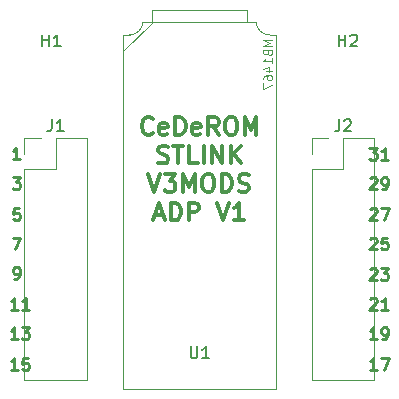
<source format=gbr>
%TF.GenerationSoftware,KiCad,Pcbnew,9.0.3*%
%TF.CreationDate,2025-08-20T17:47:23+02:00*%
%TF.ProjectId,cederom-stlink-v3mods-adapter,63656465-726f-46d2-9d73-746c696e6b2d,1*%
%TF.SameCoordinates,Original*%
%TF.FileFunction,Legend,Top*%
%TF.FilePolarity,Positive*%
%FSLAX46Y46*%
G04 Gerber Fmt 4.6, Leading zero omitted, Abs format (unit mm)*
G04 Created by KiCad (PCBNEW 9.0.3) date 2025-08-20 17:47:23*
%MOMM*%
%LPD*%
G01*
G04 APERTURE LIST*
%ADD10C,0.250000*%
%ADD11C,0.300000*%
%ADD12C,0.150000*%
%ADD13C,0.100000*%
%ADD14C,0.120000*%
G04 APERTURE END LIST*
D10*
X102109523Y-108849619D02*
X101538095Y-108849619D01*
X101823809Y-108849619D02*
X101823809Y-107849619D01*
X101823809Y-107849619D02*
X101728571Y-107992476D01*
X101728571Y-107992476D02*
X101633333Y-108087714D01*
X101633333Y-108087714D02*
X101538095Y-108135333D01*
X103061904Y-108849619D02*
X102490476Y-108849619D01*
X102776190Y-108849619D02*
X102776190Y-107849619D01*
X102776190Y-107849619D02*
X102680952Y-107992476D01*
X102680952Y-107992476D02*
X102585714Y-108087714D01*
X102585714Y-108087714D02*
X102490476Y-108135333D01*
X102109523Y-111349619D02*
X101538095Y-111349619D01*
X101823809Y-111349619D02*
X101823809Y-110349619D01*
X101823809Y-110349619D02*
X101728571Y-110492476D01*
X101728571Y-110492476D02*
X101633333Y-110587714D01*
X101633333Y-110587714D02*
X101538095Y-110635333D01*
X102442857Y-110349619D02*
X103061904Y-110349619D01*
X103061904Y-110349619D02*
X102728571Y-110730571D01*
X102728571Y-110730571D02*
X102871428Y-110730571D01*
X102871428Y-110730571D02*
X102966666Y-110778190D01*
X102966666Y-110778190D02*
X103014285Y-110825809D01*
X103014285Y-110825809D02*
X103061904Y-110921047D01*
X103061904Y-110921047D02*
X103061904Y-111159142D01*
X103061904Y-111159142D02*
X103014285Y-111254380D01*
X103014285Y-111254380D02*
X102966666Y-111302000D01*
X102966666Y-111302000D02*
X102871428Y-111349619D01*
X102871428Y-111349619D02*
X102585714Y-111349619D01*
X102585714Y-111349619D02*
X102490476Y-111302000D01*
X102490476Y-111302000D02*
X102442857Y-111254380D01*
X101809524Y-106249619D02*
X102000000Y-106249619D01*
X102000000Y-106249619D02*
X102095238Y-106202000D01*
X102095238Y-106202000D02*
X102142857Y-106154380D01*
X102142857Y-106154380D02*
X102238095Y-106011523D01*
X102238095Y-106011523D02*
X102285714Y-105821047D01*
X102285714Y-105821047D02*
X102285714Y-105440095D01*
X102285714Y-105440095D02*
X102238095Y-105344857D01*
X102238095Y-105344857D02*
X102190476Y-105297238D01*
X102190476Y-105297238D02*
X102095238Y-105249619D01*
X102095238Y-105249619D02*
X101904762Y-105249619D01*
X101904762Y-105249619D02*
X101809524Y-105297238D01*
X101809524Y-105297238D02*
X101761905Y-105344857D01*
X101761905Y-105344857D02*
X101714286Y-105440095D01*
X101714286Y-105440095D02*
X101714286Y-105678190D01*
X101714286Y-105678190D02*
X101761905Y-105773428D01*
X101761905Y-105773428D02*
X101809524Y-105821047D01*
X101809524Y-105821047D02*
X101904762Y-105868666D01*
X101904762Y-105868666D02*
X102095238Y-105868666D01*
X102095238Y-105868666D02*
X102190476Y-105821047D01*
X102190476Y-105821047D02*
X102238095Y-105773428D01*
X102238095Y-105773428D02*
X102285714Y-105678190D01*
X101666667Y-102749619D02*
X102333333Y-102749619D01*
X102333333Y-102749619D02*
X101904762Y-103749619D01*
X102109523Y-113949619D02*
X101538095Y-113949619D01*
X101823809Y-113949619D02*
X101823809Y-112949619D01*
X101823809Y-112949619D02*
X101728571Y-113092476D01*
X101728571Y-113092476D02*
X101633333Y-113187714D01*
X101633333Y-113187714D02*
X101538095Y-113235333D01*
X103014285Y-112949619D02*
X102538095Y-112949619D01*
X102538095Y-112949619D02*
X102490476Y-113425809D01*
X102490476Y-113425809D02*
X102538095Y-113378190D01*
X102538095Y-113378190D02*
X102633333Y-113330571D01*
X102633333Y-113330571D02*
X102871428Y-113330571D01*
X102871428Y-113330571D02*
X102966666Y-113378190D01*
X102966666Y-113378190D02*
X103014285Y-113425809D01*
X103014285Y-113425809D02*
X103061904Y-113521047D01*
X103061904Y-113521047D02*
X103061904Y-113759142D01*
X103061904Y-113759142D02*
X103014285Y-113854380D01*
X103014285Y-113854380D02*
X102966666Y-113902000D01*
X102966666Y-113902000D02*
X102871428Y-113949619D01*
X102871428Y-113949619D02*
X102633333Y-113949619D01*
X102633333Y-113949619D02*
X102538095Y-113902000D01*
X102538095Y-113902000D02*
X102490476Y-113854380D01*
D11*
X113535714Y-93913223D02*
X113464286Y-93984652D01*
X113464286Y-93984652D02*
X113250000Y-94056080D01*
X113250000Y-94056080D02*
X113107143Y-94056080D01*
X113107143Y-94056080D02*
X112892857Y-93984652D01*
X112892857Y-93984652D02*
X112750000Y-93841794D01*
X112750000Y-93841794D02*
X112678571Y-93698937D01*
X112678571Y-93698937D02*
X112607143Y-93413223D01*
X112607143Y-93413223D02*
X112607143Y-93198937D01*
X112607143Y-93198937D02*
X112678571Y-92913223D01*
X112678571Y-92913223D02*
X112750000Y-92770366D01*
X112750000Y-92770366D02*
X112892857Y-92627509D01*
X112892857Y-92627509D02*
X113107143Y-92556080D01*
X113107143Y-92556080D02*
X113250000Y-92556080D01*
X113250000Y-92556080D02*
X113464286Y-92627509D01*
X113464286Y-92627509D02*
X113535714Y-92698937D01*
X114750000Y-93984652D02*
X114607143Y-94056080D01*
X114607143Y-94056080D02*
X114321429Y-94056080D01*
X114321429Y-94056080D02*
X114178571Y-93984652D01*
X114178571Y-93984652D02*
X114107143Y-93841794D01*
X114107143Y-93841794D02*
X114107143Y-93270366D01*
X114107143Y-93270366D02*
X114178571Y-93127509D01*
X114178571Y-93127509D02*
X114321429Y-93056080D01*
X114321429Y-93056080D02*
X114607143Y-93056080D01*
X114607143Y-93056080D02*
X114750000Y-93127509D01*
X114750000Y-93127509D02*
X114821429Y-93270366D01*
X114821429Y-93270366D02*
X114821429Y-93413223D01*
X114821429Y-93413223D02*
X114107143Y-93556080D01*
X115464285Y-94056080D02*
X115464285Y-92556080D01*
X115464285Y-92556080D02*
X115821428Y-92556080D01*
X115821428Y-92556080D02*
X116035714Y-92627509D01*
X116035714Y-92627509D02*
X116178571Y-92770366D01*
X116178571Y-92770366D02*
X116250000Y-92913223D01*
X116250000Y-92913223D02*
X116321428Y-93198937D01*
X116321428Y-93198937D02*
X116321428Y-93413223D01*
X116321428Y-93413223D02*
X116250000Y-93698937D01*
X116250000Y-93698937D02*
X116178571Y-93841794D01*
X116178571Y-93841794D02*
X116035714Y-93984652D01*
X116035714Y-93984652D02*
X115821428Y-94056080D01*
X115821428Y-94056080D02*
X115464285Y-94056080D01*
X117535714Y-93984652D02*
X117392857Y-94056080D01*
X117392857Y-94056080D02*
X117107143Y-94056080D01*
X117107143Y-94056080D02*
X116964285Y-93984652D01*
X116964285Y-93984652D02*
X116892857Y-93841794D01*
X116892857Y-93841794D02*
X116892857Y-93270366D01*
X116892857Y-93270366D02*
X116964285Y-93127509D01*
X116964285Y-93127509D02*
X117107143Y-93056080D01*
X117107143Y-93056080D02*
X117392857Y-93056080D01*
X117392857Y-93056080D02*
X117535714Y-93127509D01*
X117535714Y-93127509D02*
X117607143Y-93270366D01*
X117607143Y-93270366D02*
X117607143Y-93413223D01*
X117607143Y-93413223D02*
X116892857Y-93556080D01*
X119107142Y-94056080D02*
X118607142Y-93341794D01*
X118249999Y-94056080D02*
X118249999Y-92556080D01*
X118249999Y-92556080D02*
X118821428Y-92556080D01*
X118821428Y-92556080D02*
X118964285Y-92627509D01*
X118964285Y-92627509D02*
X119035714Y-92698937D01*
X119035714Y-92698937D02*
X119107142Y-92841794D01*
X119107142Y-92841794D02*
X119107142Y-93056080D01*
X119107142Y-93056080D02*
X119035714Y-93198937D01*
X119035714Y-93198937D02*
X118964285Y-93270366D01*
X118964285Y-93270366D02*
X118821428Y-93341794D01*
X118821428Y-93341794D02*
X118249999Y-93341794D01*
X120035714Y-92556080D02*
X120321428Y-92556080D01*
X120321428Y-92556080D02*
X120464285Y-92627509D01*
X120464285Y-92627509D02*
X120607142Y-92770366D01*
X120607142Y-92770366D02*
X120678571Y-93056080D01*
X120678571Y-93056080D02*
X120678571Y-93556080D01*
X120678571Y-93556080D02*
X120607142Y-93841794D01*
X120607142Y-93841794D02*
X120464285Y-93984652D01*
X120464285Y-93984652D02*
X120321428Y-94056080D01*
X120321428Y-94056080D02*
X120035714Y-94056080D01*
X120035714Y-94056080D02*
X119892857Y-93984652D01*
X119892857Y-93984652D02*
X119749999Y-93841794D01*
X119749999Y-93841794D02*
X119678571Y-93556080D01*
X119678571Y-93556080D02*
X119678571Y-93056080D01*
X119678571Y-93056080D02*
X119749999Y-92770366D01*
X119749999Y-92770366D02*
X119892857Y-92627509D01*
X119892857Y-92627509D02*
X120035714Y-92556080D01*
X121321428Y-94056080D02*
X121321428Y-92556080D01*
X121321428Y-92556080D02*
X121821428Y-93627509D01*
X121821428Y-93627509D02*
X122321428Y-92556080D01*
X122321428Y-92556080D02*
X122321428Y-94056080D01*
X114000000Y-96399568D02*
X114214286Y-96470996D01*
X114214286Y-96470996D02*
X114571428Y-96470996D01*
X114571428Y-96470996D02*
X114714286Y-96399568D01*
X114714286Y-96399568D02*
X114785714Y-96328139D01*
X114785714Y-96328139D02*
X114857143Y-96185282D01*
X114857143Y-96185282D02*
X114857143Y-96042425D01*
X114857143Y-96042425D02*
X114785714Y-95899568D01*
X114785714Y-95899568D02*
X114714286Y-95828139D01*
X114714286Y-95828139D02*
X114571428Y-95756710D01*
X114571428Y-95756710D02*
X114285714Y-95685282D01*
X114285714Y-95685282D02*
X114142857Y-95613853D01*
X114142857Y-95613853D02*
X114071428Y-95542425D01*
X114071428Y-95542425D02*
X114000000Y-95399568D01*
X114000000Y-95399568D02*
X114000000Y-95256710D01*
X114000000Y-95256710D02*
X114071428Y-95113853D01*
X114071428Y-95113853D02*
X114142857Y-95042425D01*
X114142857Y-95042425D02*
X114285714Y-94970996D01*
X114285714Y-94970996D02*
X114642857Y-94970996D01*
X114642857Y-94970996D02*
X114857143Y-95042425D01*
X115285714Y-94970996D02*
X116142857Y-94970996D01*
X115714285Y-96470996D02*
X115714285Y-94970996D01*
X117357142Y-96470996D02*
X116642856Y-96470996D01*
X116642856Y-96470996D02*
X116642856Y-94970996D01*
X117857142Y-96470996D02*
X117857142Y-94970996D01*
X118571428Y-96470996D02*
X118571428Y-94970996D01*
X118571428Y-94970996D02*
X119428571Y-96470996D01*
X119428571Y-96470996D02*
X119428571Y-94970996D01*
X120142857Y-96470996D02*
X120142857Y-94970996D01*
X121000000Y-96470996D02*
X120357143Y-95613853D01*
X121000000Y-94970996D02*
X120142857Y-95828139D01*
X113178572Y-97385912D02*
X113678572Y-98885912D01*
X113678572Y-98885912D02*
X114178572Y-97385912D01*
X114535714Y-97385912D02*
X115464286Y-97385912D01*
X115464286Y-97385912D02*
X114964286Y-97957341D01*
X114964286Y-97957341D02*
X115178571Y-97957341D01*
X115178571Y-97957341D02*
X115321429Y-98028769D01*
X115321429Y-98028769D02*
X115392857Y-98100198D01*
X115392857Y-98100198D02*
X115464286Y-98243055D01*
X115464286Y-98243055D02*
X115464286Y-98600198D01*
X115464286Y-98600198D02*
X115392857Y-98743055D01*
X115392857Y-98743055D02*
X115321429Y-98814484D01*
X115321429Y-98814484D02*
X115178571Y-98885912D01*
X115178571Y-98885912D02*
X114750000Y-98885912D01*
X114750000Y-98885912D02*
X114607143Y-98814484D01*
X114607143Y-98814484D02*
X114535714Y-98743055D01*
X116107142Y-98885912D02*
X116107142Y-97385912D01*
X116107142Y-97385912D02*
X116607142Y-98457341D01*
X116607142Y-98457341D02*
X117107142Y-97385912D01*
X117107142Y-97385912D02*
X117107142Y-98885912D01*
X118107143Y-97385912D02*
X118392857Y-97385912D01*
X118392857Y-97385912D02*
X118535714Y-97457341D01*
X118535714Y-97457341D02*
X118678571Y-97600198D01*
X118678571Y-97600198D02*
X118750000Y-97885912D01*
X118750000Y-97885912D02*
X118750000Y-98385912D01*
X118750000Y-98385912D02*
X118678571Y-98671626D01*
X118678571Y-98671626D02*
X118535714Y-98814484D01*
X118535714Y-98814484D02*
X118392857Y-98885912D01*
X118392857Y-98885912D02*
X118107143Y-98885912D01*
X118107143Y-98885912D02*
X117964286Y-98814484D01*
X117964286Y-98814484D02*
X117821428Y-98671626D01*
X117821428Y-98671626D02*
X117750000Y-98385912D01*
X117750000Y-98385912D02*
X117750000Y-97885912D01*
X117750000Y-97885912D02*
X117821428Y-97600198D01*
X117821428Y-97600198D02*
X117964286Y-97457341D01*
X117964286Y-97457341D02*
X118107143Y-97385912D01*
X119392857Y-98885912D02*
X119392857Y-97385912D01*
X119392857Y-97385912D02*
X119750000Y-97385912D01*
X119750000Y-97385912D02*
X119964286Y-97457341D01*
X119964286Y-97457341D02*
X120107143Y-97600198D01*
X120107143Y-97600198D02*
X120178572Y-97743055D01*
X120178572Y-97743055D02*
X120250000Y-98028769D01*
X120250000Y-98028769D02*
X120250000Y-98243055D01*
X120250000Y-98243055D02*
X120178572Y-98528769D01*
X120178572Y-98528769D02*
X120107143Y-98671626D01*
X120107143Y-98671626D02*
X119964286Y-98814484D01*
X119964286Y-98814484D02*
X119750000Y-98885912D01*
X119750000Y-98885912D02*
X119392857Y-98885912D01*
X120821429Y-98814484D02*
X121035715Y-98885912D01*
X121035715Y-98885912D02*
X121392857Y-98885912D01*
X121392857Y-98885912D02*
X121535715Y-98814484D01*
X121535715Y-98814484D02*
X121607143Y-98743055D01*
X121607143Y-98743055D02*
X121678572Y-98600198D01*
X121678572Y-98600198D02*
X121678572Y-98457341D01*
X121678572Y-98457341D02*
X121607143Y-98314484D01*
X121607143Y-98314484D02*
X121535715Y-98243055D01*
X121535715Y-98243055D02*
X121392857Y-98171626D01*
X121392857Y-98171626D02*
X121107143Y-98100198D01*
X121107143Y-98100198D02*
X120964286Y-98028769D01*
X120964286Y-98028769D02*
X120892857Y-97957341D01*
X120892857Y-97957341D02*
X120821429Y-97814484D01*
X120821429Y-97814484D02*
X120821429Y-97671626D01*
X120821429Y-97671626D02*
X120892857Y-97528769D01*
X120892857Y-97528769D02*
X120964286Y-97457341D01*
X120964286Y-97457341D02*
X121107143Y-97385912D01*
X121107143Y-97385912D02*
X121464286Y-97385912D01*
X121464286Y-97385912D02*
X121678572Y-97457341D01*
X113714286Y-100872257D02*
X114428572Y-100872257D01*
X113571429Y-101300828D02*
X114071429Y-99800828D01*
X114071429Y-99800828D02*
X114571429Y-101300828D01*
X115071428Y-101300828D02*
X115071428Y-99800828D01*
X115071428Y-99800828D02*
X115428571Y-99800828D01*
X115428571Y-99800828D02*
X115642857Y-99872257D01*
X115642857Y-99872257D02*
X115785714Y-100015114D01*
X115785714Y-100015114D02*
X115857143Y-100157971D01*
X115857143Y-100157971D02*
X115928571Y-100443685D01*
X115928571Y-100443685D02*
X115928571Y-100657971D01*
X115928571Y-100657971D02*
X115857143Y-100943685D01*
X115857143Y-100943685D02*
X115785714Y-101086542D01*
X115785714Y-101086542D02*
X115642857Y-101229400D01*
X115642857Y-101229400D02*
X115428571Y-101300828D01*
X115428571Y-101300828D02*
X115071428Y-101300828D01*
X116571428Y-101300828D02*
X116571428Y-99800828D01*
X116571428Y-99800828D02*
X117142857Y-99800828D01*
X117142857Y-99800828D02*
X117285714Y-99872257D01*
X117285714Y-99872257D02*
X117357143Y-99943685D01*
X117357143Y-99943685D02*
X117428571Y-100086542D01*
X117428571Y-100086542D02*
X117428571Y-100300828D01*
X117428571Y-100300828D02*
X117357143Y-100443685D01*
X117357143Y-100443685D02*
X117285714Y-100515114D01*
X117285714Y-100515114D02*
X117142857Y-100586542D01*
X117142857Y-100586542D02*
X116571428Y-100586542D01*
X119000000Y-99800828D02*
X119500000Y-101300828D01*
X119500000Y-101300828D02*
X120000000Y-99800828D01*
X121285714Y-101300828D02*
X120428571Y-101300828D01*
X120857142Y-101300828D02*
X120857142Y-99800828D01*
X120857142Y-99800828D02*
X120714285Y-100015114D01*
X120714285Y-100015114D02*
X120571428Y-100157971D01*
X120571428Y-100157971D02*
X120428571Y-100229400D01*
D10*
X102285714Y-96124619D02*
X101714286Y-96124619D01*
X102000000Y-96124619D02*
X102000000Y-95124619D01*
X102000000Y-95124619D02*
X101904762Y-95267476D01*
X101904762Y-95267476D02*
X101809524Y-95362714D01*
X101809524Y-95362714D02*
X101714286Y-95410333D01*
X102238095Y-100249619D02*
X101761905Y-100249619D01*
X101761905Y-100249619D02*
X101714286Y-100725809D01*
X101714286Y-100725809D02*
X101761905Y-100678190D01*
X101761905Y-100678190D02*
X101857143Y-100630571D01*
X101857143Y-100630571D02*
X102095238Y-100630571D01*
X102095238Y-100630571D02*
X102190476Y-100678190D01*
X102190476Y-100678190D02*
X102238095Y-100725809D01*
X102238095Y-100725809D02*
X102285714Y-100821047D01*
X102285714Y-100821047D02*
X102285714Y-101059142D01*
X102285714Y-101059142D02*
X102238095Y-101154380D01*
X102238095Y-101154380D02*
X102190476Y-101202000D01*
X102190476Y-101202000D02*
X102095238Y-101249619D01*
X102095238Y-101249619D02*
X101857143Y-101249619D01*
X101857143Y-101249619D02*
X101761905Y-101202000D01*
X101761905Y-101202000D02*
X101714286Y-101154380D01*
X131938095Y-105444857D02*
X131985714Y-105397238D01*
X131985714Y-105397238D02*
X132080952Y-105349619D01*
X132080952Y-105349619D02*
X132319047Y-105349619D01*
X132319047Y-105349619D02*
X132414285Y-105397238D01*
X132414285Y-105397238D02*
X132461904Y-105444857D01*
X132461904Y-105444857D02*
X132509523Y-105540095D01*
X132509523Y-105540095D02*
X132509523Y-105635333D01*
X132509523Y-105635333D02*
X132461904Y-105778190D01*
X132461904Y-105778190D02*
X131890476Y-106349619D01*
X131890476Y-106349619D02*
X132509523Y-106349619D01*
X132842857Y-105349619D02*
X133461904Y-105349619D01*
X133461904Y-105349619D02*
X133128571Y-105730571D01*
X133128571Y-105730571D02*
X133271428Y-105730571D01*
X133271428Y-105730571D02*
X133366666Y-105778190D01*
X133366666Y-105778190D02*
X133414285Y-105825809D01*
X133414285Y-105825809D02*
X133461904Y-105921047D01*
X133461904Y-105921047D02*
X133461904Y-106159142D01*
X133461904Y-106159142D02*
X133414285Y-106254380D01*
X133414285Y-106254380D02*
X133366666Y-106302000D01*
X133366666Y-106302000D02*
X133271428Y-106349619D01*
X133271428Y-106349619D02*
X132985714Y-106349619D01*
X132985714Y-106349619D02*
X132890476Y-106302000D01*
X132890476Y-106302000D02*
X132842857Y-106254380D01*
X131938095Y-100344857D02*
X131985714Y-100297238D01*
X131985714Y-100297238D02*
X132080952Y-100249619D01*
X132080952Y-100249619D02*
X132319047Y-100249619D01*
X132319047Y-100249619D02*
X132414285Y-100297238D01*
X132414285Y-100297238D02*
X132461904Y-100344857D01*
X132461904Y-100344857D02*
X132509523Y-100440095D01*
X132509523Y-100440095D02*
X132509523Y-100535333D01*
X132509523Y-100535333D02*
X132461904Y-100678190D01*
X132461904Y-100678190D02*
X131890476Y-101249619D01*
X131890476Y-101249619D02*
X132509523Y-101249619D01*
X132842857Y-100249619D02*
X133509523Y-100249619D01*
X133509523Y-100249619D02*
X133080952Y-101249619D01*
X131890476Y-95149619D02*
X132509523Y-95149619D01*
X132509523Y-95149619D02*
X132176190Y-95530571D01*
X132176190Y-95530571D02*
X132319047Y-95530571D01*
X132319047Y-95530571D02*
X132414285Y-95578190D01*
X132414285Y-95578190D02*
X132461904Y-95625809D01*
X132461904Y-95625809D02*
X132509523Y-95721047D01*
X132509523Y-95721047D02*
X132509523Y-95959142D01*
X132509523Y-95959142D02*
X132461904Y-96054380D01*
X132461904Y-96054380D02*
X132414285Y-96102000D01*
X132414285Y-96102000D02*
X132319047Y-96149619D01*
X132319047Y-96149619D02*
X132033333Y-96149619D01*
X132033333Y-96149619D02*
X131938095Y-96102000D01*
X131938095Y-96102000D02*
X131890476Y-96054380D01*
X133461904Y-96149619D02*
X132890476Y-96149619D01*
X133176190Y-96149619D02*
X133176190Y-95149619D01*
X133176190Y-95149619D02*
X133080952Y-95292476D01*
X133080952Y-95292476D02*
X132985714Y-95387714D01*
X132985714Y-95387714D02*
X132890476Y-95435333D01*
X101666667Y-97649619D02*
X102285714Y-97649619D01*
X102285714Y-97649619D02*
X101952381Y-98030571D01*
X101952381Y-98030571D02*
X102095238Y-98030571D01*
X102095238Y-98030571D02*
X102190476Y-98078190D01*
X102190476Y-98078190D02*
X102238095Y-98125809D01*
X102238095Y-98125809D02*
X102285714Y-98221047D01*
X102285714Y-98221047D02*
X102285714Y-98459142D01*
X102285714Y-98459142D02*
X102238095Y-98554380D01*
X102238095Y-98554380D02*
X102190476Y-98602000D01*
X102190476Y-98602000D02*
X102095238Y-98649619D01*
X102095238Y-98649619D02*
X101809524Y-98649619D01*
X101809524Y-98649619D02*
X101714286Y-98602000D01*
X101714286Y-98602000D02*
X101666667Y-98554380D01*
X131938095Y-97744857D02*
X131985714Y-97697238D01*
X131985714Y-97697238D02*
X132080952Y-97649619D01*
X132080952Y-97649619D02*
X132319047Y-97649619D01*
X132319047Y-97649619D02*
X132414285Y-97697238D01*
X132414285Y-97697238D02*
X132461904Y-97744857D01*
X132461904Y-97744857D02*
X132509523Y-97840095D01*
X132509523Y-97840095D02*
X132509523Y-97935333D01*
X132509523Y-97935333D02*
X132461904Y-98078190D01*
X132461904Y-98078190D02*
X131890476Y-98649619D01*
X131890476Y-98649619D02*
X132509523Y-98649619D01*
X132985714Y-98649619D02*
X133176190Y-98649619D01*
X133176190Y-98649619D02*
X133271428Y-98602000D01*
X133271428Y-98602000D02*
X133319047Y-98554380D01*
X133319047Y-98554380D02*
X133414285Y-98411523D01*
X133414285Y-98411523D02*
X133461904Y-98221047D01*
X133461904Y-98221047D02*
X133461904Y-97840095D01*
X133461904Y-97840095D02*
X133414285Y-97744857D01*
X133414285Y-97744857D02*
X133366666Y-97697238D01*
X133366666Y-97697238D02*
X133271428Y-97649619D01*
X133271428Y-97649619D02*
X133080952Y-97649619D01*
X133080952Y-97649619D02*
X132985714Y-97697238D01*
X132985714Y-97697238D02*
X132938095Y-97744857D01*
X132938095Y-97744857D02*
X132890476Y-97840095D01*
X132890476Y-97840095D02*
X132890476Y-98078190D01*
X132890476Y-98078190D02*
X132938095Y-98173428D01*
X132938095Y-98173428D02*
X132985714Y-98221047D01*
X132985714Y-98221047D02*
X133080952Y-98268666D01*
X133080952Y-98268666D02*
X133271428Y-98268666D01*
X133271428Y-98268666D02*
X133366666Y-98221047D01*
X133366666Y-98221047D02*
X133414285Y-98173428D01*
X133414285Y-98173428D02*
X133461904Y-98078190D01*
X132509523Y-111349619D02*
X131938095Y-111349619D01*
X132223809Y-111349619D02*
X132223809Y-110349619D01*
X132223809Y-110349619D02*
X132128571Y-110492476D01*
X132128571Y-110492476D02*
X132033333Y-110587714D01*
X132033333Y-110587714D02*
X131938095Y-110635333D01*
X132985714Y-111349619D02*
X133176190Y-111349619D01*
X133176190Y-111349619D02*
X133271428Y-111302000D01*
X133271428Y-111302000D02*
X133319047Y-111254380D01*
X133319047Y-111254380D02*
X133414285Y-111111523D01*
X133414285Y-111111523D02*
X133461904Y-110921047D01*
X133461904Y-110921047D02*
X133461904Y-110540095D01*
X133461904Y-110540095D02*
X133414285Y-110444857D01*
X133414285Y-110444857D02*
X133366666Y-110397238D01*
X133366666Y-110397238D02*
X133271428Y-110349619D01*
X133271428Y-110349619D02*
X133080952Y-110349619D01*
X133080952Y-110349619D02*
X132985714Y-110397238D01*
X132985714Y-110397238D02*
X132938095Y-110444857D01*
X132938095Y-110444857D02*
X132890476Y-110540095D01*
X132890476Y-110540095D02*
X132890476Y-110778190D01*
X132890476Y-110778190D02*
X132938095Y-110873428D01*
X132938095Y-110873428D02*
X132985714Y-110921047D01*
X132985714Y-110921047D02*
X133080952Y-110968666D01*
X133080952Y-110968666D02*
X133271428Y-110968666D01*
X133271428Y-110968666D02*
X133366666Y-110921047D01*
X133366666Y-110921047D02*
X133414285Y-110873428D01*
X133414285Y-110873428D02*
X133461904Y-110778190D01*
X131938095Y-107944857D02*
X131985714Y-107897238D01*
X131985714Y-107897238D02*
X132080952Y-107849619D01*
X132080952Y-107849619D02*
X132319047Y-107849619D01*
X132319047Y-107849619D02*
X132414285Y-107897238D01*
X132414285Y-107897238D02*
X132461904Y-107944857D01*
X132461904Y-107944857D02*
X132509523Y-108040095D01*
X132509523Y-108040095D02*
X132509523Y-108135333D01*
X132509523Y-108135333D02*
X132461904Y-108278190D01*
X132461904Y-108278190D02*
X131890476Y-108849619D01*
X131890476Y-108849619D02*
X132509523Y-108849619D01*
X133461904Y-108849619D02*
X132890476Y-108849619D01*
X133176190Y-108849619D02*
X133176190Y-107849619D01*
X133176190Y-107849619D02*
X133080952Y-107992476D01*
X133080952Y-107992476D02*
X132985714Y-108087714D01*
X132985714Y-108087714D02*
X132890476Y-108135333D01*
X131938095Y-102844857D02*
X131985714Y-102797238D01*
X131985714Y-102797238D02*
X132080952Y-102749619D01*
X132080952Y-102749619D02*
X132319047Y-102749619D01*
X132319047Y-102749619D02*
X132414285Y-102797238D01*
X132414285Y-102797238D02*
X132461904Y-102844857D01*
X132461904Y-102844857D02*
X132509523Y-102940095D01*
X132509523Y-102940095D02*
X132509523Y-103035333D01*
X132509523Y-103035333D02*
X132461904Y-103178190D01*
X132461904Y-103178190D02*
X131890476Y-103749619D01*
X131890476Y-103749619D02*
X132509523Y-103749619D01*
X133414285Y-102749619D02*
X132938095Y-102749619D01*
X132938095Y-102749619D02*
X132890476Y-103225809D01*
X132890476Y-103225809D02*
X132938095Y-103178190D01*
X132938095Y-103178190D02*
X133033333Y-103130571D01*
X133033333Y-103130571D02*
X133271428Y-103130571D01*
X133271428Y-103130571D02*
X133366666Y-103178190D01*
X133366666Y-103178190D02*
X133414285Y-103225809D01*
X133414285Y-103225809D02*
X133461904Y-103321047D01*
X133461904Y-103321047D02*
X133461904Y-103559142D01*
X133461904Y-103559142D02*
X133414285Y-103654380D01*
X133414285Y-103654380D02*
X133366666Y-103702000D01*
X133366666Y-103702000D02*
X133271428Y-103749619D01*
X133271428Y-103749619D02*
X133033333Y-103749619D01*
X133033333Y-103749619D02*
X132938095Y-103702000D01*
X132938095Y-103702000D02*
X132890476Y-103654380D01*
X132509523Y-113949619D02*
X131938095Y-113949619D01*
X132223809Y-113949619D02*
X132223809Y-112949619D01*
X132223809Y-112949619D02*
X132128571Y-113092476D01*
X132128571Y-113092476D02*
X132033333Y-113187714D01*
X132033333Y-113187714D02*
X131938095Y-113235333D01*
X132842857Y-112949619D02*
X133509523Y-112949619D01*
X133509523Y-112949619D02*
X133080952Y-113949619D01*
D12*
X129278095Y-86554819D02*
X129278095Y-85554819D01*
X129278095Y-86031009D02*
X129849523Y-86031009D01*
X129849523Y-86554819D02*
X129849523Y-85554819D01*
X130278095Y-85650057D02*
X130325714Y-85602438D01*
X130325714Y-85602438D02*
X130420952Y-85554819D01*
X130420952Y-85554819D02*
X130659047Y-85554819D01*
X130659047Y-85554819D02*
X130754285Y-85602438D01*
X130754285Y-85602438D02*
X130801904Y-85650057D01*
X130801904Y-85650057D02*
X130849523Y-85745295D01*
X130849523Y-85745295D02*
X130849523Y-85840533D01*
X130849523Y-85840533D02*
X130801904Y-85983390D01*
X130801904Y-85983390D02*
X130230476Y-86554819D01*
X130230476Y-86554819D02*
X130849523Y-86554819D01*
X129326666Y-92749819D02*
X129326666Y-93464104D01*
X129326666Y-93464104D02*
X129279047Y-93606961D01*
X129279047Y-93606961D02*
X129183809Y-93702200D01*
X129183809Y-93702200D02*
X129040952Y-93749819D01*
X129040952Y-93749819D02*
X128945714Y-93749819D01*
X129755238Y-92845057D02*
X129802857Y-92797438D01*
X129802857Y-92797438D02*
X129898095Y-92749819D01*
X129898095Y-92749819D02*
X130136190Y-92749819D01*
X130136190Y-92749819D02*
X130231428Y-92797438D01*
X130231428Y-92797438D02*
X130279047Y-92845057D01*
X130279047Y-92845057D02*
X130326666Y-92940295D01*
X130326666Y-92940295D02*
X130326666Y-93035533D01*
X130326666Y-93035533D02*
X130279047Y-93178390D01*
X130279047Y-93178390D02*
X129707619Y-93749819D01*
X129707619Y-93749819D02*
X130326666Y-93749819D01*
X116738095Y-111954819D02*
X116738095Y-112764342D01*
X116738095Y-112764342D02*
X116785714Y-112859580D01*
X116785714Y-112859580D02*
X116833333Y-112907200D01*
X116833333Y-112907200D02*
X116928571Y-112954819D01*
X116928571Y-112954819D02*
X117119047Y-112954819D01*
X117119047Y-112954819D02*
X117214285Y-112907200D01*
X117214285Y-112907200D02*
X117261904Y-112859580D01*
X117261904Y-112859580D02*
X117309523Y-112764342D01*
X117309523Y-112764342D02*
X117309523Y-111954819D01*
X118309523Y-112954819D02*
X117738095Y-112954819D01*
X118023809Y-112954819D02*
X118023809Y-111954819D01*
X118023809Y-111954819D02*
X117928571Y-112097676D01*
X117928571Y-112097676D02*
X117833333Y-112192914D01*
X117833333Y-112192914D02*
X117738095Y-112240533D01*
D13*
X123653014Y-85994360D02*
X122903014Y-85994360D01*
X122903014Y-85994360D02*
X123438728Y-86244360D01*
X123438728Y-86244360D02*
X122903014Y-86494360D01*
X122903014Y-86494360D02*
X123653014Y-86494360D01*
X123260157Y-87101503D02*
X123295871Y-87208646D01*
X123295871Y-87208646D02*
X123331585Y-87244360D01*
X123331585Y-87244360D02*
X123403014Y-87280074D01*
X123403014Y-87280074D02*
X123510157Y-87280074D01*
X123510157Y-87280074D02*
X123581585Y-87244360D01*
X123581585Y-87244360D02*
X123617300Y-87208646D01*
X123617300Y-87208646D02*
X123653014Y-87137217D01*
X123653014Y-87137217D02*
X123653014Y-86851503D01*
X123653014Y-86851503D02*
X122903014Y-86851503D01*
X122903014Y-86851503D02*
X122903014Y-87101503D01*
X122903014Y-87101503D02*
X122938728Y-87172932D01*
X122938728Y-87172932D02*
X122974442Y-87208646D01*
X122974442Y-87208646D02*
X123045871Y-87244360D01*
X123045871Y-87244360D02*
X123117300Y-87244360D01*
X123117300Y-87244360D02*
X123188728Y-87208646D01*
X123188728Y-87208646D02*
X123224442Y-87172932D01*
X123224442Y-87172932D02*
X123260157Y-87101503D01*
X123260157Y-87101503D02*
X123260157Y-86851503D01*
X123653014Y-87994360D02*
X123653014Y-87565789D01*
X123653014Y-87780074D02*
X122903014Y-87780074D01*
X122903014Y-87780074D02*
X123010157Y-87708646D01*
X123010157Y-87708646D02*
X123081585Y-87637217D01*
X123081585Y-87637217D02*
X123117300Y-87565789D01*
X123153014Y-88637218D02*
X123653014Y-88637218D01*
X122867300Y-88458646D02*
X123403014Y-88280075D01*
X123403014Y-88280075D02*
X123403014Y-88744360D01*
X122903014Y-89351504D02*
X122903014Y-89208646D01*
X122903014Y-89208646D02*
X122938728Y-89137218D01*
X122938728Y-89137218D02*
X122974442Y-89101504D01*
X122974442Y-89101504D02*
X123081585Y-89030075D01*
X123081585Y-89030075D02*
X123224442Y-88994361D01*
X123224442Y-88994361D02*
X123510157Y-88994361D01*
X123510157Y-88994361D02*
X123581585Y-89030075D01*
X123581585Y-89030075D02*
X123617300Y-89065789D01*
X123617300Y-89065789D02*
X123653014Y-89137218D01*
X123653014Y-89137218D02*
X123653014Y-89280075D01*
X123653014Y-89280075D02*
X123617300Y-89351504D01*
X123617300Y-89351504D02*
X123581585Y-89387218D01*
X123581585Y-89387218D02*
X123510157Y-89422932D01*
X123510157Y-89422932D02*
X123331585Y-89422932D01*
X123331585Y-89422932D02*
X123260157Y-89387218D01*
X123260157Y-89387218D02*
X123224442Y-89351504D01*
X123224442Y-89351504D02*
X123188728Y-89280075D01*
X123188728Y-89280075D02*
X123188728Y-89137218D01*
X123188728Y-89137218D02*
X123224442Y-89065789D01*
X123224442Y-89065789D02*
X123260157Y-89030075D01*
X123260157Y-89030075D02*
X123331585Y-88994361D01*
X122903014Y-89672932D02*
X122903014Y-90172932D01*
X122903014Y-90172932D02*
X123653014Y-89851504D01*
D12*
X104986666Y-92749819D02*
X104986666Y-93464104D01*
X104986666Y-93464104D02*
X104939047Y-93606961D01*
X104939047Y-93606961D02*
X104843809Y-93702200D01*
X104843809Y-93702200D02*
X104700952Y-93749819D01*
X104700952Y-93749819D02*
X104605714Y-93749819D01*
X105986666Y-93749819D02*
X105415238Y-93749819D01*
X105700952Y-93749819D02*
X105700952Y-92749819D01*
X105700952Y-92749819D02*
X105605714Y-92892676D01*
X105605714Y-92892676D02*
X105510476Y-92987914D01*
X105510476Y-92987914D02*
X105415238Y-93035533D01*
X104178095Y-86554819D02*
X104178095Y-85554819D01*
X104178095Y-86031009D02*
X104749523Y-86031009D01*
X104749523Y-86554819D02*
X104749523Y-85554819D01*
X105749523Y-86554819D02*
X105178095Y-86554819D01*
X105463809Y-86554819D02*
X105463809Y-85554819D01*
X105463809Y-85554819D02*
X105368571Y-85697676D01*
X105368571Y-85697676D02*
X105273333Y-85792914D01*
X105273333Y-85792914D02*
X105178095Y-85840533D01*
D14*
%TO.C,J2*%
X127010000Y-94295000D02*
X128390000Y-94295000D01*
X127010000Y-95675000D02*
X127010000Y-94295000D01*
X127010000Y-96945000D02*
X127010000Y-114835000D01*
X127010000Y-96945000D02*
X129660000Y-96945000D01*
X127010000Y-114835000D02*
X132310000Y-114835000D01*
X129660000Y-94295000D02*
X132310000Y-94295000D01*
X129660000Y-96945000D02*
X129660000Y-94295000D01*
X132310000Y-94295000D02*
X132310000Y-114835000D01*
%TO.C,U1*%
X111050000Y-86950000D02*
X113525000Y-84475000D01*
X111050000Y-115550000D02*
X111050000Y-85576841D01*
X111574716Y-85575000D02*
X111050000Y-85575000D01*
X112700000Y-84475000D02*
X122300000Y-84475000D01*
X113500000Y-83500000D02*
X113500000Y-84500000D01*
X113500000Y-83500000D02*
X121500000Y-83500000D01*
X121500000Y-83500000D02*
X121500000Y-84475000D01*
X123425284Y-85575000D02*
X123950000Y-85575000D01*
X123950000Y-85575000D02*
X123950000Y-115550000D01*
X123950000Y-115550000D02*
X111050000Y-115550000D01*
X112700000Y-84475000D02*
G75*
G02*
X111574716Y-85575000I-1100284J0D01*
G01*
X123425284Y-85575000D02*
G75*
G02*
X122299996Y-84475000I-25004J1100000D01*
G01*
%TO.C,J1*%
X102670000Y-94295000D02*
X104050000Y-94295000D01*
X102670000Y-95675000D02*
X102670000Y-94295000D01*
X102670000Y-96945000D02*
X102670000Y-114835000D01*
X102670000Y-96945000D02*
X105320000Y-96945000D01*
X102670000Y-114835000D02*
X107970000Y-114835000D01*
X105320000Y-94295000D02*
X107970000Y-94295000D01*
X105320000Y-96945000D02*
X105320000Y-94295000D01*
X107970000Y-94295000D02*
X107970000Y-114835000D01*
%TD*%
M02*

</source>
